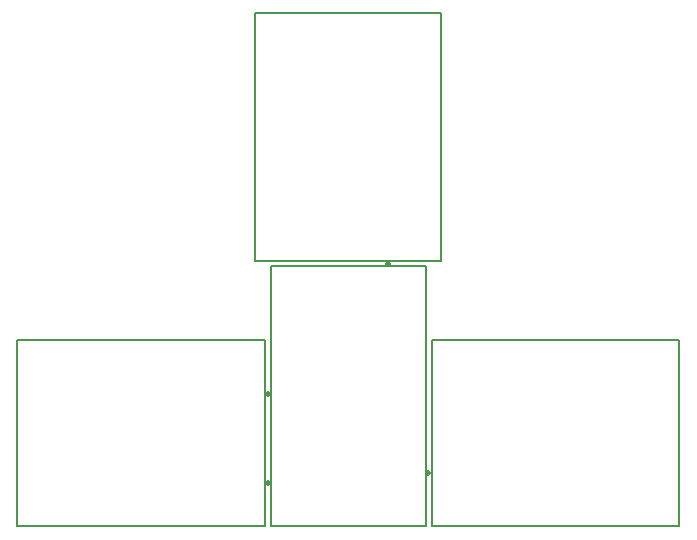
<source format=gto>
%FSLAX33Y33*%
%MOMM*%
%ADD10C,0.15*%
%ADD11C,0.5*%
%ADD12C,0.5*%
%ADD13C,0.5*%
%ADD14C,0.5*%
D10*
%LNtop silkscreen_traces*%
%LNtop silkscreen component 528083829f38ff3a*%
G01*
X-8015Y16154D02*
X12955Y16154D01*
X12955Y0394*
X-8015Y0394*
X-8015Y16154*
D11*
X13235Y11629D03*
%LNtop silkscreen component e80d9c547b7992d0*%
D10*
X48015Y0394D02*
X27045Y0394D01*
X27045Y16154*
X48015Y16154*
X48015Y0394*
D12*
X26765Y4919D03*
%LNtop silkscreen component 022b9f9361636321*%
D10*
X13450Y0405D02*
X13450Y22395D01*
X26550Y22395*
X26550Y0405*
X13450Y0405*
D13*
X13200Y4080D03*
%LNtop silkscreen component 54b5fff6b965416f*%
D10*
X27874Y43835D02*
X27874Y22865D01*
X12114Y22865*
X12114Y43835*
X27874Y43835*
D14*
X23349Y22585D03*
M02*
</source>
